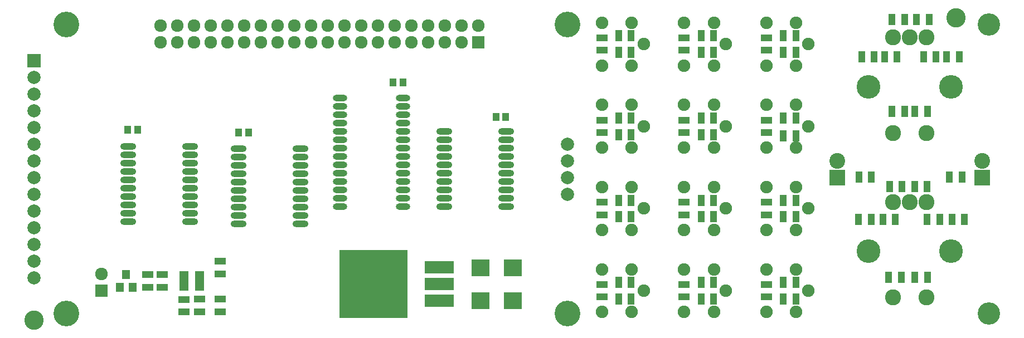
<source format=gbs>
G04 #@! TF.FileFunction,Soldermask,Bot*
%FSLAX46Y46*%
G04 Gerber Fmt 4.6, Leading zero omitted, Abs format (unit mm)*
G04 Created by KiCad (PCBNEW 4.0.6) date 11/21/17 15:35:42*
%MOMM*%
%LPD*%
G01*
G04 APERTURE LIST*
%ADD10C,0.100000*%
%ADD11C,3.900000*%
%ADD12R,2.000000X2.000000*%
%ADD13C,2.000000*%
%ADD14C,3.600000*%
%ADD15C,2.432000*%
%ADD16R,2.400000X2.400000*%
%ADD17C,2.400000*%
%ADD18C,1.900000*%
%ADD19O,2.400000X1.000000*%
%ADD20O,2.200000X1.000000*%
%ADD21R,1.100000X1.700000*%
%ADD22C,1.924000*%
%ADD23R,1.924000X1.924000*%
%ADD24R,1.700000X1.100000*%
%ADD25R,1.200000X1.400000*%
%ADD26R,1.400000X1.100000*%
%ADD27R,2.700000X2.650000*%
%ADD28R,1.000000X1.300000*%
%ADD29R,10.400000X10.400000*%
%ADD30R,4.400000X1.900000*%
%ADD31C,3.400000*%
%ADD32C,2.940000*%
G04 APERTURE END LIST*
D10*
D11*
X6920000Y47000000D03*
X83000000Y47000000D03*
X83000000Y3000000D03*
X6920000Y3000000D03*
D12*
X2000000Y41510000D03*
D13*
X2000000Y38970000D03*
X2000000Y36430000D03*
X2000000Y33890000D03*
X2000000Y31350000D03*
X2000000Y28810000D03*
X2000000Y26270000D03*
X2000000Y23730000D03*
X2000000Y21190000D03*
X2000000Y18650000D03*
X2000000Y16110000D03*
X2000000Y13570000D03*
X2000000Y11030000D03*
X2000000Y8490000D03*
X83000000Y28810000D03*
X83000000Y26270000D03*
X83000000Y23730000D03*
X83000000Y21190000D03*
D14*
X128750000Y37500000D03*
X141250000Y37500000D03*
D15*
X137540000Y45000000D03*
X135000000Y45000000D03*
X132460000Y45000000D03*
X132460000Y30500000D03*
X137540000Y30500000D03*
D16*
X124000000Y23700000D03*
D17*
X124000000Y26240000D03*
D16*
X146000000Y23700000D03*
D17*
X146000000Y26240000D03*
D18*
X100750000Y40750000D03*
X100750000Y47250000D03*
X105250000Y40750000D03*
X105250000Y47250000D03*
X107100000Y44000000D03*
X113250000Y40750000D03*
X113250000Y47250000D03*
X117750000Y40750000D03*
X117750000Y47250000D03*
X119600000Y44000000D03*
X88250000Y28250000D03*
X88250000Y34750000D03*
X92750000Y28250000D03*
X92750000Y34750000D03*
X94600000Y31500000D03*
X100750000Y28250000D03*
X100750000Y34750000D03*
X105250000Y28250000D03*
X105250000Y34750000D03*
X107100000Y31500000D03*
X113250000Y28250000D03*
X113250000Y34750000D03*
X117750000Y28250000D03*
X117750000Y34750000D03*
X119600000Y31500000D03*
X88250000Y15750000D03*
X88250000Y22250000D03*
X92750000Y15750000D03*
X92750000Y22250000D03*
X94600000Y19000000D03*
X100750000Y15750000D03*
X100750000Y22250000D03*
X105250000Y15750000D03*
X105250000Y22250000D03*
X107100000Y19000000D03*
X113250000Y15750000D03*
X113250000Y22250000D03*
X117750000Y15750000D03*
X117750000Y22250000D03*
X119600000Y19000000D03*
X100750000Y3250000D03*
X100750000Y9750000D03*
X105250000Y3250000D03*
X105250000Y9750000D03*
X107100000Y6500000D03*
D19*
X73700000Y30715000D03*
X73700000Y29445000D03*
X73700000Y28175000D03*
X73700000Y26905000D03*
X73700000Y25635000D03*
X73700000Y24365000D03*
X73700000Y23095000D03*
X73700000Y21825000D03*
X73700000Y20555000D03*
X73700000Y19285000D03*
X64300000Y19285000D03*
X64300000Y20555000D03*
X64300000Y21825000D03*
X64300000Y23095000D03*
X64300000Y24365000D03*
X64300000Y25635000D03*
X64300000Y26905000D03*
X64300000Y28175000D03*
X64300000Y29445000D03*
X64300000Y30715000D03*
X33100000Y16685000D03*
X33100000Y17955000D03*
X33100000Y19225000D03*
X33100000Y20495000D03*
X33100000Y21765000D03*
X33100000Y23035000D03*
X33100000Y24305000D03*
X33100000Y25575000D03*
X33100000Y26845000D03*
X33100000Y28115000D03*
X42500000Y28115000D03*
X42500000Y26845000D03*
X42500000Y25575000D03*
X42500000Y24305000D03*
X42500000Y23035000D03*
X42500000Y21765000D03*
X42500000Y20495000D03*
X42500000Y19225000D03*
X42500000Y17955000D03*
X42500000Y16685000D03*
D20*
X48500000Y19245000D03*
X48500000Y20515000D03*
X48500000Y21785000D03*
X48500000Y23055000D03*
X48500000Y24325000D03*
X48500000Y25595000D03*
X48500000Y26865000D03*
X48500000Y28135000D03*
X48500000Y29405000D03*
X48500000Y30675000D03*
X48500000Y31945000D03*
X48500000Y33215000D03*
X48500000Y34485000D03*
X48500000Y35755000D03*
X58000000Y35755000D03*
X58000000Y34485000D03*
X58000000Y33215000D03*
X58000000Y31945000D03*
X58000000Y30675000D03*
X58000000Y29405000D03*
X58000000Y28135000D03*
X58000000Y26865000D03*
X58000000Y25595000D03*
X58000000Y24325000D03*
X58000000Y23055000D03*
X58000000Y21785000D03*
X58000000Y20515000D03*
X58000000Y19245000D03*
D21*
X90800000Y45250000D03*
X92700000Y45250000D03*
X103300000Y45250000D03*
X105200000Y45250000D03*
X115800000Y45250000D03*
X117700000Y45250000D03*
X90800000Y32750000D03*
X92700000Y32750000D03*
X103300000Y32750000D03*
X105200000Y32750000D03*
X115800000Y32750000D03*
X117700000Y32750000D03*
X90800000Y20250000D03*
X92700000Y20250000D03*
X103300000Y20250000D03*
X105200000Y20250000D03*
X115800000Y20250000D03*
X117700000Y20250000D03*
X90800000Y7750000D03*
X92700000Y7750000D03*
X139000000Y42100000D03*
X137100000Y42100000D03*
X131150000Y42100000D03*
X133050000Y42100000D03*
X139550000Y17300000D03*
X137650000Y17300000D03*
X130900000Y17300000D03*
X132800000Y17300000D03*
D22*
X69500000Y46790000D03*
D23*
X69500000Y44250000D03*
D22*
X66960000Y46790000D03*
X66960000Y44250000D03*
X64420000Y46790000D03*
X64420000Y44250000D03*
X61880000Y46790000D03*
X61880000Y44250000D03*
X59340000Y46790000D03*
X59340000Y44250000D03*
X56800000Y46790000D03*
X56800000Y44250000D03*
X54260000Y46790000D03*
X54260000Y44250000D03*
X51720000Y46790000D03*
X51720000Y44250000D03*
X49180000Y46790000D03*
X49180000Y44250000D03*
X46640000Y46790000D03*
X46640000Y44250000D03*
X44100000Y46790000D03*
X44100000Y44250000D03*
X41560000Y46790000D03*
X41560000Y44250000D03*
X39020000Y46790000D03*
X39020000Y44250000D03*
X36480000Y46790000D03*
X36480000Y44250000D03*
X33940000Y46790000D03*
X33940000Y44250000D03*
X31400000Y46790000D03*
X31400000Y44250000D03*
X28860000Y46790000D03*
X28860000Y44250000D03*
X26320000Y46790000D03*
X26320000Y44250000D03*
X23780000Y46790000D03*
X23780000Y44250000D03*
X21240000Y46790000D03*
X21240000Y44250000D03*
D21*
X136050000Y47750000D03*
X137950000Y47750000D03*
X134200000Y47750000D03*
X132300000Y47750000D03*
X135750000Y22300000D03*
X137650000Y22300000D03*
X133850000Y22300000D03*
X131950000Y22300000D03*
X92700000Y42750000D03*
X90800000Y42750000D03*
X105200000Y42700000D03*
X103300000Y42700000D03*
X117700000Y42750000D03*
X115800000Y42750000D03*
X92700000Y30250000D03*
X90800000Y30250000D03*
X105200000Y30250000D03*
X103300000Y30250000D03*
X117700000Y30000000D03*
X115800000Y30000000D03*
X92700000Y17750000D03*
X90800000Y17750000D03*
X105200000Y17750000D03*
X103300000Y17750000D03*
X117700000Y17750000D03*
X115800000Y17750000D03*
X92700000Y5250000D03*
X90800000Y5250000D03*
X137700000Y33750000D03*
X135800000Y33750000D03*
X137700000Y8500000D03*
X135800000Y8500000D03*
D24*
X88250000Y44950000D03*
X88250000Y43050000D03*
X100750000Y44950000D03*
X100750000Y43050000D03*
X113250000Y44950000D03*
X113250000Y43050000D03*
X88250000Y32450000D03*
X88250000Y30550000D03*
X100750000Y32450000D03*
X100750000Y30550000D03*
X113250000Y32450000D03*
X113250000Y30550000D03*
X88250000Y19950000D03*
X88250000Y18050000D03*
X100750000Y19950000D03*
X100750000Y18050000D03*
X113250000Y19950000D03*
X113250000Y18050000D03*
X88250000Y7450000D03*
X88250000Y5550000D03*
D21*
X142500000Y42100000D03*
X140600000Y42100000D03*
X127700000Y42100000D03*
X129600000Y42100000D03*
X143300000Y17300000D03*
X141400000Y17300000D03*
X127250000Y17300000D03*
X129150000Y17300000D03*
X105200000Y5250000D03*
X103300000Y5250000D03*
D14*
X128750000Y12500000D03*
X141250000Y12500000D03*
D15*
X137540000Y20000000D03*
X135000000Y20000000D03*
X132460000Y20000000D03*
X132460000Y5500000D03*
X137540000Y5500000D03*
D18*
X88250000Y3250000D03*
X88250000Y9750000D03*
X92750000Y3250000D03*
X92750000Y9750000D03*
X94600000Y6500000D03*
D21*
X134200000Y33750000D03*
X132300000Y33750000D03*
X133700000Y8500000D03*
X131800000Y8500000D03*
X103300000Y7750000D03*
X105200000Y7750000D03*
X115800000Y7750000D03*
X117700000Y7750000D03*
D22*
X12250000Y9040000D03*
D23*
X12250000Y6500000D03*
D25*
X16000000Y9000000D03*
X16950000Y7000000D03*
X15050000Y7000000D03*
D24*
X100750000Y7450000D03*
X100750000Y5550000D03*
D21*
X117700000Y5250000D03*
X115800000Y5250000D03*
D24*
X113250000Y7450000D03*
X113250000Y5550000D03*
D18*
X88250000Y40750000D03*
X88250000Y47250000D03*
X92750000Y40750000D03*
X92750000Y47250000D03*
X94600000Y44000000D03*
X113250000Y3250000D03*
X113250000Y9750000D03*
X117750000Y3250000D03*
X117750000Y9750000D03*
X119600000Y6500000D03*
D19*
X16300000Y17035000D03*
X16300000Y18305000D03*
X16300000Y19575000D03*
X16300000Y20845000D03*
X16300000Y22115000D03*
X16300000Y23385000D03*
X16300000Y24655000D03*
X16300000Y25925000D03*
X16300000Y27195000D03*
X16300000Y28465000D03*
X25700000Y28465000D03*
X25700000Y27195000D03*
X25700000Y25925000D03*
X25700000Y24655000D03*
X25700000Y23385000D03*
X25700000Y22115000D03*
X25700000Y20845000D03*
X25700000Y19575000D03*
X25700000Y18305000D03*
X25700000Y17035000D03*
D26*
X27150000Y8950000D03*
X27150000Y8000000D03*
X27150000Y7050000D03*
X24750000Y7050000D03*
X24750000Y8000000D03*
X24750000Y8950000D03*
D24*
X19250000Y7050000D03*
X19250000Y8950000D03*
X30300000Y10950000D03*
X30300000Y9050000D03*
X30300000Y5200000D03*
X30300000Y3300000D03*
X27150000Y5200000D03*
X27150000Y3300000D03*
X21450000Y7050000D03*
X21450000Y8950000D03*
X24750000Y5150000D03*
X24750000Y3250000D03*
D21*
X129200000Y23750000D03*
X127300000Y23750000D03*
X141050000Y23750000D03*
X142950000Y23750000D03*
D27*
X69850000Y10000000D03*
X74750000Y10000000D03*
X69850000Y5000000D03*
X74750000Y5000000D03*
D28*
X72150000Y32900000D03*
X73650000Y32900000D03*
X56500000Y38150000D03*
X58000000Y38150000D03*
X34550000Y30550000D03*
X33050000Y30550000D03*
D29*
X53550000Y7500000D03*
D30*
X63550000Y10040000D03*
X63550000Y4960000D03*
X63550000Y7500000D03*
D28*
X17750000Y31000000D03*
X16250000Y31000000D03*
D31*
X147000000Y47000000D03*
X147000000Y3000000D03*
D32*
X2000000Y2000000D03*
X142000000Y48000000D03*
M02*

</source>
